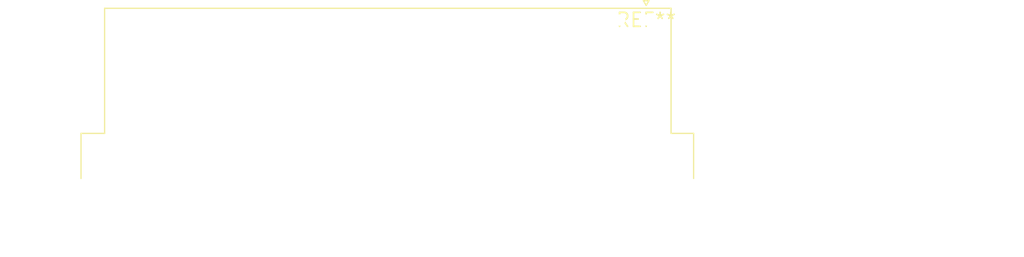
<source format=kicad_pcb>
(kicad_pcb (version 20240108) (generator pcbnew)
  (layers (0 "F.Cu" signal) (31 "B.Cu" signal) (34 "B.Paste" user) (35 "F.Paste" user) (36 "B.SilkS" user "B.Silkscreen") (37 "F.SilkS" user "F.Silkscreen") (38 "B.Mask" user) (39 "F.Mask" user) (44 "Edge.Cuts" user))
  (net 0 "")
  (footprint "DSUB-62-HD_Female_Horizontal_P2.41x2.54mm_EdgePinOffset9.40mm" (layer "F.Cu") (at 0 0)
    (property "Reference" "REF**")
    (property "Value" "DSUB-62-HD_Female_Horizontal_P2.41x2.54mm_EdgePinOffset9.40mm")
    (fp_line (start -51.405 10.32) (end -49.26 10.32) (layer "F.SilkS") (stroke (width 0.12)))
    (fp_line (start -51.405 14.42) (end -51.405 10.32) (layer "F.SilkS") (stroke (width 0.12)))
    (fp_line (start -49.26 -1.06) (end 2.265 -1.06) (layer "F.SilkS") (stroke (width 0.12)))
    (fp_line (start -49.26 10.32) (end -49.26 -1.06) (layer "F.SilkS") (stroke (width 0.12)))
    (fp_line (start -0.25 -1.754338) (end 0.25 -1.754338) (layer "F.SilkS") (stroke (width 0.12)))
    (fp_line (start 0 -1.321325) (end -0.25 -1.754338) (layer "F.SilkS") (stroke (width 0.12)))
    (fp_line (start 0.25 -1.754338) (end 0 -1.321325) (layer "F.SilkS") (stroke (width 0.12)))
    (fp_line (start 2.265 -1.06) (end 2.265 10.32) (layer "F.SilkS") (stroke (width 0.12)))
    (fp_line (start 2.265 10.32) (end 4.315 10.32) (layer "F.SilkS") (stroke (width 0.12)))
    (fp_line (start 4.315 10.32) (end 4.315 14.42) (layer "F.SilkS") (stroke (width 0.12)))
    (pad "1" thru_hole rect (at 0 0) (size 1.6 1.6) (drill 1) (layers *.Cu *.Mask) (remove_unused_layers))
    (pad "2" thru_hole circle (at -2.41 0) (size 1.6 1.6) (drill 1) (layers *.Cu *.Mask) (remove_unused_layers))
    (pad "3" thru_hole circle (at -4.82 0) (size 1.6 1.6) (drill 1) (layers *.Cu *.Mask) (remove_unused_layers))
    (pad "4" thru_hole circle (at -7.23 0) (size 1.6 1.6) (drill 1) (layers *.Cu *.Mask) (remove_unused_layers))
    (pad "5" thru_hole circle (at -9.64 0) (size 1.6 1.6) (drill 1) (layers *.Cu *.Mask) (remove_unused_layers))
    (pad "6" thru_hole circle (at -12.05 0) (size 1.6 1.6) (drill 1) (layers *.Cu *.Mask) (remove_unused_layers))
    (pad "7" thru_hole circle (at -14.46 0) (size 1.6 1.6) (drill 1) (layers *.Cu *.Mask) (remove_unused_layers))
    (pad "8" thru_hole circle (at -16.87 0) (size 1.6 1.6) (drill 1) (layers *.Cu *.Mask) (remove_unused_layers))
    (pad "9" thru_hole circle (at -19.28 0) (size 1.6 1.6) (drill 1) (layers *.Cu *.Mask) (remove_unused_layers))
    (pad "10" thru_hole circle (at -21.69 0) (size 1.6 1.6) (drill 1) (layers *.Cu *.Mask) (remove_unused_layers))
    (pad "11" thru_hole circle (at -24.1 0) (size 1.6 1.6) (drill 1) (layers *.Cu *.Mask) (remove_unused_layers))
    (pad "12" thru_hole circle (at -26.51 0) (size 1.6 1.6) (drill 1) (layers *.Cu *.Mask) (remove_unused_layers))
    (pad "13" thru_hole circle (at -28.92 0) (size 1.6 1.6) (drill 1) (layers *.Cu *.Mask) (remove_unused_layers))
    (pad "14" thru_hole circle (at -31.33 0) (size 1.6 1.6) (drill 1) (layers *.Cu *.Mask) (remove_unused_layers))
    (pad "15" thru_hole circle (at -33.74 0) (size 1.6 1.6) (drill 1) (layers *.Cu *.Mask) (remove_unused_layers))
    (pad "16" thru_hole circle (at -36.15 0) (size 1.6 1.6) (drill 1) (layers *.Cu *.Mask) (remove_unused_layers))
    (pad "17" thru_hole circle (at -38.56 0) (size 1.6 1.6) (drill 1) (layers *.Cu *.Mask) (remove_unused_layers))
    (pad "18" thru_hole circle (at -40.97 0) (size 1.6 1.6) (drill 1) (layers *.Cu *.Mask) (remove_unused_layers))
    (pad "19" thru_hole circle (at -43.38 0) (size 1.6 1.6) (drill 1) (layers *.Cu *.Mask) (remove_unused_layers))
    (pad "20" thru_hole circle (at -45.79 0) (size 1.6 1.6) (drill 1) (layers *.Cu *.Mask) (remove_unused_layers))
    (pad "21" thru_hole circle (at -48.2 0) (size 1.6 1.6) (drill 1) (layers *.Cu *.Mask) (remove_unused_layers))
    (pad "22" thru_hole circle (at 1.205 2.54) (size 1.6 1.6) (drill 1) (layers *.Cu *.Mask) (remove_unused_layers))
    (pad "23" thru_hole circle (at -1.205 2.54) (size 1.6 1.6) (drill 1) (layers *.Cu *.Mask) (remove_unused_layers))
    (pad "24" thru_hole circle (at -3.615 2.54) (size 1.6 1.6) (drill 1) (layers *.Cu *.Mask) (remove_unused_layers))
    (pad "25" thru_hole circle (at -6.025 2.54) (size 1.6 1.6) (drill 1) (layers *.Cu *.Mask) (remove_unused_layers))
    (pad "26" thru_hole circle (at -8.435 2.54) (size 1.6 1.6) (drill 1) (layers *.Cu *.Mask) (remove_unused_layers))
    (pad "27" thru_hole circle (at -10.845 2.54) (size 1.6 1.6) (drill 1) (layers *.Cu *.Mask) (remove_unused_layers))
    (pad "28" thru_hole circle (at -13.255 2.54) (size 1.6 1.6) (drill 1) (layers *.Cu *.Mask) (remove_unused_layers))
    (pad "29" thru_hole circle (at -15.665 2.54) (size 1.6 1.6) (drill 1) (layers *.Cu *.Mask) (remove_unused_layers))
    (pad "30" thru_hole circle (at -18.075 2.54) (size 1.6 1.6) (drill 1) (layers *.Cu *.Mask) (remove_unused_layers))
    (pad "31" thru_hole circle (at -20.485 2.54) (size 1.6 1.6) (drill 1) (layers *.Cu *.Mask) (remove_unused_layers))
    (pad "32" thru_hole circle (at -22.895 2.54) (size 1.6 1.6) (drill 1) (layers *.Cu *.Mask) (remove_unused_layers))
    (pad "33" thru_hole circle (at -25.305 2.54) (size 1.6 1.6) (drill 1) (layers *.Cu *.Mask) (remove_unused_layers))
    (pad "34" thru_hole circle (at -27.715 2.54) (size 1.6 1.6) (drill 1) (layers *.Cu *.Mask) (remove_unused_layers))
    (pad "35" thru_hole circle (at -30.125 2.54) (size 1.6 1.6) (drill 1) (layers *.Cu *.Mask) (remove_unused_layers))
    (pad "36" thru_hole circle (at -32.535 2.54) (size 1.6 1.6) (drill 1) (layers *.Cu *.Mask) (remove_unused_layers))
    (pad "37" thru_hole circle (at -34.945 2.54) (size 1.6 1.6) (drill 1) (layers *.Cu *.Mask) (remove_unused_layers))
    (pad "38" thru_hole circle (at -37.355 2.54) (size 1.6 1.6) (drill 1) (layers *.Cu *.Mask) (remove_unused_layers))
    (pad "39" thru_hole circle (at -39.765 2.54) (size 1.6 1.6) (drill 1) (layers *.Cu *.Mask) (remove_unused_layers))
    (pad "40" thru_hole circle (at -42.175 2.54) (size 1.6 1.6) (drill 1) (layers *.Cu *.Mask) (remove_unused_layers))
    (pad "41" thru_hole circle (at -44.585 2.54) (size 1.6 1.6) (drill 1) (layers *.Cu *.Mask) (remove_unused_layers))
    (pad "42" thru_hole circle (at -46.995 2.54) (size 1.6 1.6) (drill 1) (layers *.Cu *.Mask) (remove_unused_layers))
    (pad "43" thru_hole circle (at 0 5.08) (size 1.6 1.6) (drill 1) (layers *.Cu *.Mask) (remove_unused_layers))
    (pad "44" thru_hole circle (at -2.41 5.08) (size 1.6 1.6) (drill 1) (layers *.Cu *.Mask) (remove_unused_layers))
    (pad "45" thru_hole circle (at -4.82 5.08) (size 1.6 1.6) (drill 1) (layers *.Cu *.Mask) (remove_unused_layers))
    (pad "46" thru_hole circle (at -7.23 5.08) (size 1.6 1.6) (drill 1) (layers *.Cu *.Mask) (remove_unused_layers))
    (pad "47" thru_hole circle (at -9.64 5.08) (size 1.6 1.6) (drill 1) (layers *.Cu *.Mask) (remove_unused_layers))
    (pad "48" thru_hole circle (at -12.05 5.08) (size 1.6 1.6) (drill 1) (layers *.Cu *.Mask) (remove_unused_layers))
    (pad "49" thru_hole circle (at -14.46 5.08) (size 1.6 1.6) (drill 1) (layers *.Cu *.Mask) (remove_unused_layers))
    (pad "50" thru_hole circle (at -16.87 5.08) (size 1.6 1.6) (drill 1) (layers *.Cu *.Mask) (remove_unused_layers))
    (pad "51" thru_hole circle (at -19.28 5.08) (size 1.6 1.6) (drill 1) (layers *.Cu *.Mask) (remove_unused_layers))
    (pad "52" thru_hole circle (at -21.69 5.08) (size 1.6 1.6) (drill 1) (layers *.Cu *.Mask) (remove_unused_layers))
    (pad "53" thru_hole circle (at -24.1 5.08) (size 1.6 1.6) (drill 1) (layers *.Cu *.Mask) (remove_unused_layers))
    (pad "54" thru_hole circle (at -26.51 5.08) (size 1.6 1.6) (drill 1) (layers *.Cu *.Mask) (remove_unused_layers))
    (pad "55" thru_hole circle (at -28.92 5.08) (size 1.6 1.6) (drill 1) (layers *.Cu *.Mask) (remove_unused_layers))
    (pad "56" thru_hole circle (at -31.33 5.08) (size 1.6 1.6) (drill 1) (layers *.Cu *.Mask) (remove_unused_layers))
    (pad "57" thru_hole circle (at -33.74 5.08) (size 1.6 1.6) (drill 1) (layers *.Cu *.Mask) (remove_unused_layers))
    (pad "58" thru_hole circle (at -36.15 5.08) (size 1.6 1.6) (drill 1) (layers *.Cu *.Mask) (remove_unused_layers))
    (pad "59" thru_hole circle (at -38.56 5.08) (size 1.6 1.6) (drill 1) (layers *.Cu *.Mask) (remove_unused_layers))
    (pad "60" thru_hole circle (at -40.97 5.08) (size 1.6 1.6) (drill 1) (layers *.Cu *.Mask) (remove_unused_layers))
    (pad "61" thru_hole circle (at -43.38 5.08) (size 1.6 1.6) (drill 1) (layers *.Cu *.Mask) (remove_unused_layers))
    (pad "62" thru_hole circle (at -45.79 5.08) (size 1.6 1.6) (drill 1) (layers *.Cu *.Mask) (remove_unused_layers))
  )
)
</source>
